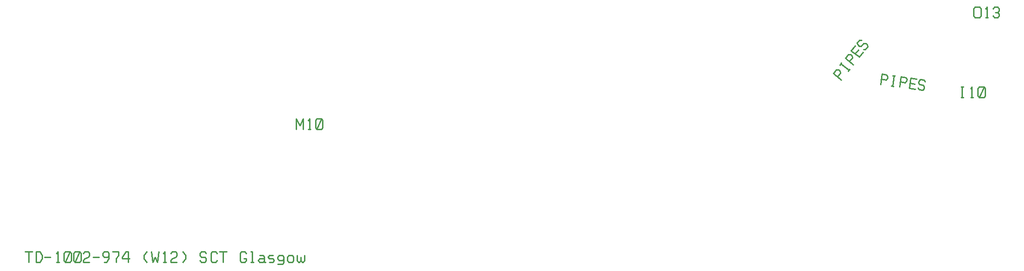
<source format=gbr>
*
G4_C Author: OrCAD GerbTool(tm) 8.1.1 Thu Jun 19 08:57:36 2003*
%LPD*%
%LNsilkscreen*%
%FSLAX34Y34*%
%MOIN*%
%AD*%
%AMD25R98*
20,1,0.025000,0.000000,-0.035000,0.000000,0.035000,98.600000*
%
%AMD10R98*
20,1,0.050000,-0.025000,0.000000,0.025000,0.000000,98.600000*
%
%AMD25R98N2*
20,1,0.025000,0.000000,-0.035000,0.000000,0.035000,98.600000*
%
%AMD10R98N2*
20,1,0.050000,-0.025000,0.000000,0.025000,0.000000,98.600000*
%
%AMD25R86*
20,1,0.025000,0.000000,-0.035000,0.000000,0.035000,86.080000*
%
%AMD10R86*
20,1,0.050000,-0.025000,0.000000,0.025000,0.000000,86.080000*
%
%AMD16R5*
20,1,0.025000,-0.035000,0.000000,0.035000,0.000000,5.450000*
%
%AMD10R5*
20,1,0.050000,-0.025000,0.000000,0.025000,0.000000,5.450000*
%
%AMD16R5N2*
20,1,0.025000,-0.035000,0.000000,0.035000,0.000000,5.450000*
%
%AMD10R5N2*
20,1,0.050000,-0.025000,0.000000,0.025000,0.000000,5.450000*
%
%AMD32R3*
20,1,0.025000,0.034920,-0.002390,-0.034920,0.002390,3.950000*
%
%AMD33R3*
20,1,0.050000,-0.001710,-0.024940,0.001710,0.024940,3.950000*
%
%AMD32R3N2*
20,1,0.025000,0.034920,-0.002390,-0.034920,0.002390,3.910000*
%
%AMD33R3N2*
20,1,0.050000,-0.001710,-0.024940,0.001710,0.024940,3.910000*
%
%AMD32R3N3*
20,1,0.025000,0.034920,-0.002390,-0.034920,0.002390,3.920000*
%
%AMD33R3N3*
20,1,0.050000,-0.001710,-0.024940,0.001710,0.024940,3.920000*
%
%AMD29R84*
20,1,0.022000,0.000000,-0.040000,0.000000,0.040000,84.700000*
%
%AMD54R84*
20,1,0.050000,-0.025000,0.000000,0.025000,0.000000,84.700000*
%
%AMD29R81*
20,1,0.022000,0.000000,-0.040000,0.000000,0.040000,81.200000*
%
%AMD54R81*
20,1,0.050000,-0.025000,0.000000,0.025000,0.000000,81.200000*
%
%AMD29R81N2*
20,1,0.022000,0.000000,-0.040000,0.000000,0.040000,81.200000*
%
%AMD54R81N2*
20,1,0.050000,-0.025000,0.000000,0.025000,0.000000,81.200000*
%
%ADD10R,0.050000X0.050000*%
%ADD11C,0.006000*%
%ADD12C,0.019000*%
%ADD13C,0.007900*%
%ADD14C,0.005000*%
%ADD15C,0.000800*%
%ADD16R,0.070000X0.025000*%
%ADD17R,0.068000X0.023000*%
%ADD18C,0.006000*%
%ADD19C,0.009800*%
%ADD20C,0.010000*%
%ADD21C,0.030000*%
%ADD22C,0.060000*%
%ADD23C,0.035000*%
%ADD24C,0.055000*%
%ADD25R,0.025000X0.070000*%
%ADD26C,0.010000*%
%ADD27R,0.029000X0.058000*%
%ADD28R,0.031000X0.060000*%
%ADD29R,0.022000X0.080000*%
%ADD30R,0.024000X0.082000*%
%ADD31D10R98N2*%
%ADD32D25R86*%
%ADD33D10R86*%
%ADD34D16R5*%
%ADD35D10R5*%
%ADD36D16R5N2*%
%ADD37D10R5N2*%
%ADD38D25R98N2*%
%ADD39D10R98N2*%
%ADD40D25R86*%
%ADD41D10R86*%
%ADD42D16R5*%
%ADD43D10R5*%
%ADD44D16R5N2*%
%ADD45D10R5N2*%
%ADD46D32R3*%
%ADD47D33R3*%
%ADD48R,0.070000X0.025000*%
%ADD49D33R3N2*%
%ADD50C,0.011000*%
%ADD51C,0.036000*%
%ADD52C,0.015000*%
%ADD53R,0.070000X0.025000*%
%ADD54R,0.050000X0.050000*%
%ADD55C,0.010000*%
%ADD56C,0.010000*%
%ADD57D29R84*%
%ADD58D54R84*%
%ADD59D29R81*%
%ADD60D54R81*%
%ADD61D29R81N2*%
%ADD62D54R81N2*%
%ADD256R,0.058000X0.029000*%
G4_C OrCAD GerbTool Tool List *
G4_D50 1 0.0110 T 0 0*
G4_D51 3 0.0360 T 0 0*
G4_D52 2 0.0150 T 0 0*
G54D20*
G1X16457Y4895D2*
G1X16457Y4145D1*
G1X16194Y4895D2*
G1X16719Y4895D1*
G1X17244Y4895D2*
G1X17419Y4645D1*
G1X17419Y4395D1*
G1X17244Y4145D1*
G1X16982Y4895D2*
G1X16982Y4145D1*
G1X16982Y4895D2*
G1X17244Y4895D1*
G1X17244Y4145D2*
G1X16982Y4145D1*
G1X17594Y4520D2*
G1X18032Y4520D1*
G1X18557Y4895D2*
G1X18557Y4145D1*
G1X18469Y4145D2*
G1X18644Y4145D1*
G1X18557Y4895D2*
G1X18469Y4770D1*
G1X19082Y4895D2*
G1X19432Y4895D1*
G1X19519Y4770D1*
G1X19519Y4270D1*
G1X19432Y4145D1*
G1X19082Y4145D1*
G1X18994Y4270D1*
G1X18994Y4770D1*
G1X19082Y4895D1*
G1X19432Y4895D2*
G1X19082Y4145D1*
G1X19782Y4895D2*
G1X20132Y4895D1*
G1X20219Y4770D1*
G1X20219Y4270D1*
G1X20132Y4145D1*
G1X19782Y4145D1*
G1X19694Y4270D1*
G1X19694Y4770D1*
G1X19782Y4895D1*
G1X20132Y4895D2*
G1X19782Y4145D1*
G1X20394Y4770D2*
G1X20482Y4895D1*
G1X20744Y4895D1*
G1X20832Y4770D1*
G1X20832Y4645D1*
G1X20744Y4520D1*
G1X20482Y4395D1*
G1X20394Y4270D1*
G1X20394Y4145D1*
G1X20832Y4145D1*
G1X21094Y4520D2*
G1X21532Y4520D1*
G1X22144Y4520D2*
G1X21882Y4520D1*
G1X21794Y4645D1*
G1X21794Y4770D1*
G1X21882Y4895D1*
G1X22144Y4895D1*
G1X22232Y4770D1*
G1X22232Y4395D1*
G1X22057Y4145D1*
G1X21882Y4145D1*
G1X22144Y4520D2*
G1X22232Y4645D1*
G1X22494Y4895D2*
G1X22932Y4895D1*
G1X22932Y4645D1*
G1X22757Y4395D1*
G1X22757Y4145D1*
G1X23457Y4895D2*
G1X23632Y4895D1*
G1X23632Y4145D1*
G1X23457Y4895D2*
G1X23194Y4520D1*
G1X23194Y4395D1*
G1X23719Y4395D1*
G1X24944Y4895D2*
G1X24769Y4645D1*
G1X24769Y4395D1*
G1X24944Y4145D1*
G1X25294Y4895D2*
G1X25382Y4145D1*
G1X25557Y4520D1*
G1X25732Y4145D1*
G1X25819Y4895D1*
G1X26257Y4895D2*
G1X26257Y4145D1*
G1X26169Y4145D2*
G1X26344Y4145D1*
G1X26257Y4895D2*
G1X26169Y4770D1*
G1X26694Y4770D2*
G1X26782Y4895D1*
G1X27044Y4895D1*
G1X27132Y4770D1*
G1X27132Y4645D1*
G1X27044Y4520D1*
G1X26782Y4395D1*
G1X26694Y4270D1*
G1X26694Y4145D1*
G1X27132Y4145D1*
G1X27569Y4895D2*
G1X27744Y4645D1*
G1X27744Y4395D1*
G1X27569Y4145D1*
G1X29232Y4770D2*
G1X29144Y4895D1*
G1X28882Y4895D1*
G1X28794Y4770D1*
G1X28794Y4645D1*
G1X29232Y4395D2*
G1X29232Y4270D1*
G1X29144Y4145D1*
G1X28882Y4145D1*
G1X28794Y4270D1*
G1X28794Y4645D2*
G1X28882Y4520D1*
G1X29144Y4520D1*
G1X29232Y4395D1*
G1X30019Y4770D2*
G1X29932Y4895D1*
G1X29669Y4895D1*
G1X29669Y4145D2*
G1X29932Y4145D1*
G1X30019Y4270D1*
G1X29582Y4770D2*
G1X29582Y4270D1*
G1X29669Y4895D2*
G1X29582Y4770D1*
G1X29582Y4270D2*
G1X29669Y4145D1*
G1X30457Y4895D2*
G1X30457Y4145D1*
G1X30194Y4895D2*
G1X30719Y4895D1*
G1X32119Y4770D2*
G1X32032Y4895D1*
G1X31769Y4895D1*
G1X32119Y4395D2*
G1X31944Y4395D1*
G1X31769Y4895D2*
G1X31682Y4770D1*
G1X31682Y4270D1*
G1X31769Y4145D1*
G1X32119Y4395D2*
G1X32119Y4270D1*
G1X32032Y4145D1*
G1X31769Y4145D1*
G1X32557Y4895D2*
G1X32557Y4145D1*
G1X32557Y4895D2*
G1X32469Y4895D1*
G1X32469Y4145D2*
G1X32644Y4145D1*
G1X33082Y4645D2*
G1X33344Y4645D1*
G1X33432Y4520D1*
G1X33432Y4145D1*
G1X33519Y4145D1*
G1X33082Y4395D2*
G1X32994Y4270D1*
G1X33082Y4145D1*
G1X33082Y4395D2*
G1X33432Y4395D1*
G1X33432Y4270D2*
G1X33344Y4145D1*
G1X33082Y4145D1*
G1X33782Y4645D2*
G1X33694Y4520D1*
G1X33782Y4395D1*
G1X34044Y4395D1*
G1X34132Y4270D1*
G1X34044Y4145D1*
G1X33782Y4645D2*
G1X34044Y4645D1*
G1X33782Y4145D2*
G1X34044Y4145D1*
G1X34482Y4645D2*
G1X34394Y4520D1*
G1X34394Y4395D1*
G1X34482Y4270D1*
G1X34744Y4020D2*
G1X34394Y4020D1*
G1X34832Y4145D2*
G1X34744Y4020D1*
G1X34482Y4270D2*
G1X34744Y4270D1*
G1X34832Y4395D1*
G1X34482Y4645D2*
G1X34744Y4645D1*
G1X34832Y4520D1*
G1X34832Y4145D1*
G1X35182Y4645D2*
G1X35444Y4645D1*
G1X35532Y4520D1*
G1X35532Y4270D1*
G1X35444Y4145D1*
G1X35182Y4145D1*
G1X35094Y4270D1*
G1X35094Y4520D1*
G1X35182Y4645D1*
G1X35794Y4645D2*
G1X35794Y4270D1*
G1X35882Y4145D1*
G1X35969Y4145D1*
G1X36057Y4270D1*
G1X36057Y4520D1*
G1X36057Y4270D2*
G1X36144Y4145D1*
G1X36232Y4145D1*
G1X36319Y4270D1*
G1X36319Y4645D1*
G1X84608Y22554D2*
G1X84520Y22429D1*
G1X84520Y21929D1*
G1X84608Y21804D1*
G1X84958Y21804D1*
G1X85045Y21929D1*
G1X85045Y22429D1*
G1X84958Y22554D1*
G1X84608Y22554D1*
G1X85483Y22554D2*
G1X85483Y21804D1*
G1X85395Y21804D2*
G1X85570Y21804D1*
G1X85483Y22554D2*
G1X85395Y22429D1*
G1X85920Y22429D2*
G1X86008Y22554D1*
G1X86270Y22554D1*
G1X86358Y22429D1*
G1X86358Y22304D1*
G1X86270Y22179D1*
G1X86095Y22179D1*
G1X86270Y22179D2*
G1X86358Y22054D1*
G1X86358Y21929D1*
G1X86270Y21804D1*
G1X86008Y21804D1*
G1X85920Y21929D1*
G1X83699Y16800D2*
G1X83699Y16050D1*
G1X83611Y16800D2*
G1X83786Y16800D1*
G1X83786Y16050D2*
G1X83611Y16050D1*
G1X84399Y16800D2*
G1X84399Y16050D1*
G1X84311Y16050D2*
G1X84486Y16050D1*
G1X84399Y16800D2*
G1X84311Y16675D1*
G1X84924Y16800D2*
G1X85274Y16800D1*
G1X85361Y16675D1*
G1X85361Y16175D1*
G1X85274Y16050D1*
G1X84924Y16050D1*
G1X84836Y16175D1*
G1X84836Y16675D1*
G1X84924Y16800D1*
G1X85274Y16800D2*
G1X84924Y16050D1*
G1X36237Y13749D2*
G1X36237Y14499D1*
G1X35712Y14499D2*
G1X35712Y13749D1*
G1X35712Y14499D2*
G1X35974Y13999D1*
G1X36237Y14499D1*
G1X36674Y14499D2*
G1X36674Y13749D1*
G1X36587Y13749D2*
G1X36762Y13749D1*
G1X36674Y14499D2*
G1X36587Y14374D1*
G1X37199Y14499D2*
G1X37549Y14499D1*
G1X37637Y14374D1*
G1X37637Y13874D1*
G1X37549Y13749D1*
G1X37199Y13749D1*
G1X37112Y13874D1*
G1X37112Y14374D1*
G1X37199Y14499D1*
G1X37549Y14499D2*
G1X37199Y13749D1*
G1X74625Y18041D2*
G1X74777Y18033D1*
G1X74876Y17956D1*
G1X74920Y17810D1*
G1X74410Y17765D2*
G1X75001Y17303D1*
G1X74625Y18041D2*
G1X74410Y17765D1*
G1X74920Y17810D2*
G1X74705Y17534D1*
G1X74948Y18454D2*
G1X75539Y17993D1*
G1X74894Y18385D2*
G1X75002Y18523D1*
G1X75593Y18061D2*
G1X75485Y17924D1*
G1X75487Y19144D2*
G1X75639Y19136D1*
G1X75738Y19059D1*
G1X75782Y18913D1*
G1X75271Y18868D2*
G1X75862Y18406D1*
G1X75487Y19144D2*
G1X75271Y18868D1*
G1X75782Y18913D2*
G1X75567Y18637D1*
G1X75702Y19420D2*
G1X76293Y18958D1*
G1X75702Y19420D2*
G1X75972Y19764D1*
G1X76293Y18958D2*
G1X76563Y19303D1*
G1X75998Y19189D2*
G1X76213Y19465D1*
G1X76447Y20170D2*
G1X76295Y20178D1*
G1X76133Y19971D1*
G1X76178Y19825D1*
G1X76276Y19748D1*
G1X76743Y19939D2*
G1X76841Y19862D1*
G1X76886Y19716D1*
G1X76724Y19509D1*
G1X76572Y19517D1*
G1X76276Y19748D2*
G1X76429Y19740D1*
G1X76590Y19947D1*
G1X76743Y19939D1*
G1X78259Y17681D2*
G1X78329Y17545D1*
G1X78311Y17422D1*
G1X78207Y17310D1*
G1X77913Y17730D2*
G1X77808Y16987D1*
G1X78259Y17681D2*
G1X77913Y17730D1*
G1X78207Y17310D2*
G1X77861Y17359D1*
G1X78779Y17608D2*
G1X78675Y16866D1*
G1X78693Y17620D2*
G1X78866Y17596D1*
G1X78762Y16853D2*
G1X78588Y16878D1*
G1X79646Y17486D2*
G1X79715Y17351D1*
G1X79698Y17227D1*
G1X79594Y17115D1*
G1X79299Y17535D2*
G1X79195Y16792D1*
G1X79646Y17486D2*
G1X79299Y17535D1*
G1X79594Y17115D2*
G1X79247Y17164D1*
G1X79992Y17438D2*
G1X79888Y16695D1*
G1X79992Y17438D2*
G1X80426Y17377D1*
G1X79888Y16695D2*
G1X80321Y16634D1*
G1X79940Y17066D2*
G1X80287Y17018D1*
G1X81015Y17168D2*
G1X80945Y17304D1*
G1X80686Y17340D1*
G1X80581Y17229D1*
G1X80564Y17105D1*
G1X80963Y16797D2*
G1X80945Y16673D1*
G1X80841Y16561D1*
G1X80581Y16598D1*
G1X80512Y16734D1*
G1X80564Y17105D2*
G1X80633Y16969D1*
G1X80893Y16932D1*
G1X80963Y16797D1*
M2*

</source>
